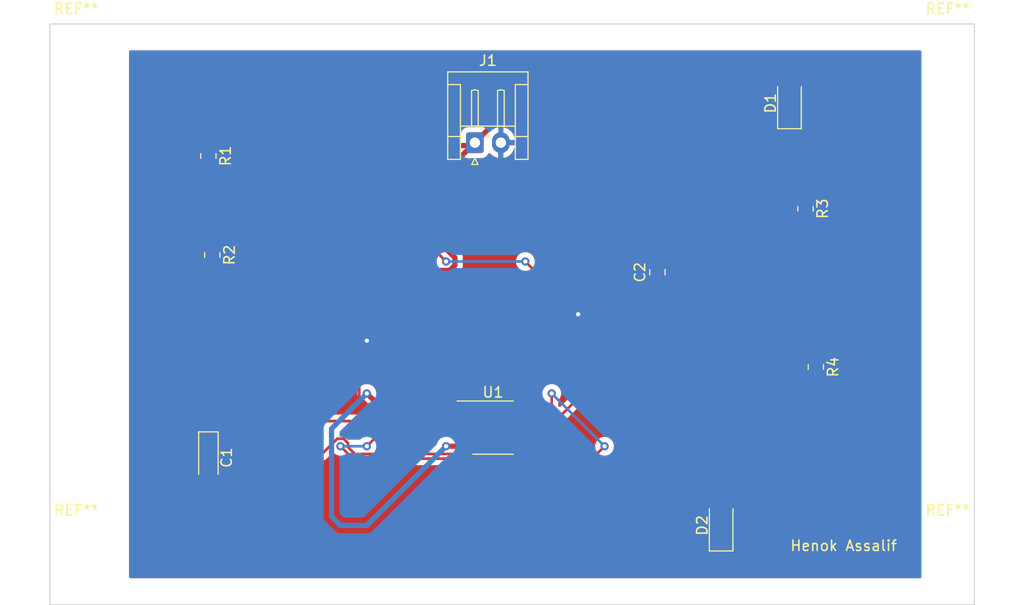
<source format=kicad_pcb>
(kicad_pcb (version 20221018) (generator pcbnew)
  (layers (0 "F.Cu" signal) (31 "B.Cu" signal) (34 "B.Paste" user) (35 "F.Paste" user) (36 "B.SilkS" user "B.Silkscreen") (37 "F.SilkS" user "F.Silkscreen") (38 "B.Mask" user) (39 "F.Mask" user) (44 "Edge.Cuts" user))
  (net 0 "")
  (net 1 "/pin_2")
  (net 2 "GND")
  (net 3 "Net-(U1-CV)")
  (net 4 "Net-(D1-K)")
  (net 5 "+9V")
  (net 6 "Net-(D2-A)")
  (net 7 "/pin_7")
  (net 8 "/pin_3")
  (footprint "Package_SO:SOIC-8-1EP_3.9x4.9mm_P1.27mm_EP2.29x3mm" (layer "F.Cu") (at 159.45 109.97)
    (fp_text reference "U1" (at 0 -3.4) (layer "F.SilkS"))
    (fp_text value "NE555D")
    (fp_line (start 0 -2.56) (end -3.45 -2.56) (stroke (width 0.12)) (layer "F.SilkS"))
    (fp_line (start 0 -2.56) (end 1.95 -2.56) (stroke (width 0.12)) (layer "F.SilkS"))
    (fp_line (start 0 2.56) (end -1.95 2.56) (stroke (width 0.12)) (layer "F.SilkS"))
    (fp_line (start 0 2.56) (end 1.95 2.56) (stroke (width 0.12)) (layer "F.SilkS"))
    (pad "1" smd roundrect (at -2.475 -1.905) (size 1.95 0.6) (layers "F.Cu" "F.Paste" "F.Mask") (net 2 "GND"))
    (pad "2" smd roundrect (at -2.475 -0.635) (size 1.95 0.6) (layers "F.Cu" "F.Paste" "F.Mask") (net 1 "/pin_2"))
    (pad "3" smd roundrect (at -2.475 0.635) (size 1.95 0.6) (layers "F.Cu" "F.Paste" "F.Mask") (net 8 "/pin_3"))
    (pad "4" smd roundrect (at -2.475 1.905) (size 1.95 0.6) (layers "F.Cu" "F.Paste" "F.Mask") (net 5 "+9V"))
    (pad "5" smd roundrect (at 2.475 1.905) (size 1.95 0.6) (layers "F.Cu" "F.Paste" "F.Mask") (net 3 "Net-(U1-CV)"))
    (pad "6" smd roundrect (at 2.475 0.635) (size 1.95 0.6) (layers "F.Cu" "F.Paste" "F.Mask") (net 1 "/pin_2"))
    (pad "7" smd roundrect (at 2.475 -0.635) (size 1.95 0.6) (layers "F.Cu" "F.Paste" "F.Mask") (net 7 "/pin_7"))
    (pad "8" smd roundrect (at 2.475 -1.905) (size 1.95 0.6) (layers "F.Cu" "F.Paste" "F.Mask") (net 5 "+9V"))
    (pad "9" smd rect (at 0 0) (size 2.29 3) (layers "F.Cu" "F.Mask"))
  )
  (footprint "Capacitor_Tantalum_SMD:CP_EIA-3216-18_Kemet-A_Pad1.58x1.35mm_HandSolder" (layer "F.Cu") (at 132.08 112.8625 -90)
    (fp_text reference "C1" (at 0 -1.75 90) (layer "F.SilkS"))
    (fp_text value "10uF")
    (fp_line (start -2.485 -0.935) (end -2.485 0.935) (stroke (width 0.12)) (layer "F.SilkS"))
    (fp_line (start -2.485 0.935) (end 1.6 0.935) (stroke (width 0.12)) (layer "F.SilkS"))
    (fp_line (start 1.6 -0.935) (end -2.485 -0.935) (stroke (width 0.12)) (layer "F.SilkS"))
    (pad "1" smd roundrect (at -1.4375 0 270) (size 1.575 1.35) (layers "F.Cu" "F.Paste" "F.Mask") (roundrect_rratio 0.1851851852) (net 1 "/pin_2"))
    (pad "2" smd roundrect (at 1.4375 0 270) (size 1.575 1.35) (layers "F.Cu" "F.Paste" "F.Mask") (roundrect_rratio 0.1851851852) (net 2 "GND"))
  )
  (footprint "Resistor_SMD:R_0805_2012Metric_Pad1.20x1.40mm_HandSolder" (layer "F.Cu") (at 190.5 104.14 -90)
    (fp_text reference "R4" (at 0 -1.65 90) (layer "F.SilkS"))
    (fp_text value "1K")
    (fp_line (start -0.227064 -0.735) (end 0.227064 -0.735) (stroke (width 0.12)) (layer "F.SilkS"))
    (fp_line (start -0.227064 0.735) (end 0.227064 0.735) (stroke (width 0.12)) (layer "F.SilkS"))
    (pad "1" smd roundrect (at -1 0 270) (size 1.2 1.4) (layers "F.Cu" "F.Paste" "F.Mask") (roundrect_rratio 0.2083333333) (net 8 "/pin_3"))
    (pad "2" smd roundrect (at 1 0 270) (size 1.2 1.4) (layers "F.Cu" "F.Paste" "F.Mask") (roundrect_rratio 0.2083333333) (net 6 "Net-(D2-A)"))
  )
  (footprint "Connector_JST:JST_EH_S2B-EH_1x02_P2.50mm_Horizontal" (layer "F.Cu") (at 157.7075 82.54)
    (fp_text reference "J1" (at 1.25 -7.9) (layer "F.SilkS"))
    (fp_text value "Conn_01x02_Pin")
    (fp_line (start -2.61 -6.81) (end 5.11 -6.81) (stroke (width 0.12)) (layer "F.SilkS"))
    (fp_line (start -2.61 -5.59) (end -1.39 -5.59) (stroke (width 0.12)) (layer "F.SilkS"))
    (fp_line (start -2.61 1.61) (end -2.61 -6.81) (stroke (width 0.12)) (layer "F.SilkS"))
    (fp_line (start -1.39 -5.59) (end -1.39 -0.59) (stroke (width 0.12)) (layer "F.SilkS"))
    (fp_line (start -1.39 -1.59) (end 3.89 -1.59) (stroke (width 0.12)) (layer "F.SilkS"))
    (fp_line (start -1.39 -0.59) (end -2.61 -0.59) (stroke (width 0.12)) (layer "F.SilkS"))
    (fp_line (start -1.39 -0.59) (end -1.39 1.61) (stroke (width 0.12)) (layer "F.SilkS"))
    (fp_line (start -1.39 1.61) (end -2.61 1.61) (stroke (width 0.12)) (layer "F.SilkS"))
    (fp_line (start -0.32 -5.01) (end 0 -5.09) (stroke (width 0.12)) (layer "F.SilkS"))
    (fp_line (start -0.32 -1.59) (end -0.32 -5.01) (stroke (width 0.12)) (layer "F.SilkS"))
    (fp_line (start -0.3 2.1) (end 0.3 2.1) (stroke (width 0.12)) (layer "F.SilkS"))
    (fp_line (start 0 -5.09) (end 0.32 -5.01) (stroke (width 0.12)) (layer "F.SilkS"))
    (fp_line (start 0 -1.59) (end -0.32 -1.59) (stroke (width 0.12)) (layer "F.SilkS"))
    (fp_line (start 0 1.5) (end -0.3 2.1) (stroke (width 0.12)) (layer "F.SilkS"))
    (fp_line (start 0.3 2.1) (end 0 1.5) (stroke (width 0.12)) (layer "F.SilkS"))
    (fp_line (start 0.32 -5.01) (end 0.32 -1.59) (stroke (width 0.12)) (layer "F.SilkS"))
    (fp_line (start 0.32 -1.59) (end 0 -1.59) (stroke (width 0.12)) (layer "F.SilkS"))
    (fp_line (start 1.17 -0.59) (end 1.33 -0.59) (stroke (width 0.12)) (layer "F.SilkS"))
    (fp_line (start 2.18 -5.01) (end 2.5 -5.09) (stroke (width 0.12)) (layer "F.SilkS"))
    (fp_line (start 2.18 -1.59) (end 2.18 -5.01) (stroke (width 0.12)) (layer "F.SilkS"))
    (fp_line (start 2.5 -5.09) (end 2.82 -5.01) (stroke (width 0.12)) (layer "F.SilkS"))
    (fp_line (start 2.5 -1.59) (end 2.18 -1.59) (stroke (width 0.12)) (layer "F.SilkS"))
    (fp_line (start 2.82 -5.01) (end 2.82 -1.59) (stroke (width 0.12)) (layer "F.SilkS"))
    (fp_line (start 2.82 -1.59) (end 2.5 -1.59) (stroke (width 0.12)) (layer "F.SilkS"))
    (fp_line (start 3.89 -5.59) (end 3.89 -0.59) (stroke (width 0.12)) (layer "F.SilkS"))
    (fp_line (start 3.89 -0.59) (end 5.11 -0.59) (stroke (width 0.12)) (layer "F.SilkS"))
    (fp_line (start 3.89 1.61) (end 3.89 -0.59) (stroke (width 0.12)) (layer "F.SilkS"))
    (fp_line (start 5.11 -6.81) (end 5.11 1.61) (stroke (width 0.12)) (layer "F.SilkS"))
    (fp_line (start 5.11 -5.59) (end 3.89 -5.59) (stroke (width 0.12)) (layer "F.SilkS"))
    (fp_line (start 5.11 1.61) (end 3.89 1.61) (stroke (width 0.12)) (layer "F.SilkS"))
    (pad "1" thru_hole roundrect (at 0 0) (size 1.7 2) (drill 1) (layers "*.Cu" "*.Mask") (roundrect_rratio 0.1470588235) (net 5 "+9V"))
    (pad "2" thru_hole oval (at 2.5 0) (size 1.7 2) (drill 1) (layers "*.Cu" "*.Mask") (net 2 "GND"))
  )
  (footprint "Resistor_SMD:R_0805_2012Metric_Pad1.20x1.40mm_HandSolder" (layer "F.Cu") (at 189.5 88.9 -90)
    (fp_text reference "R3" (at 0 -1.65 90) (layer "F.SilkS"))
    (fp_text value "1K")
    (fp_line (start -0.227064 -0.735) (end 0.227064 -0.735) (stroke (width 0.12)) (layer "F.SilkS"))
    (fp_line (start -0.227064 0.735) (end 0.227064 0.735) (stroke (width 0.12)) (layer "F.SilkS"))
    (pad "1" smd roundrect (at -1 0 270) (size 1.2 1.4) (layers "F.Cu" "F.Paste" "F.Mask") (roundrect_rratio 0.2083333333) (net 4 "Net-(D1-K)"))
    (pad "2" smd roundrect (at 1 0 270) (size 1.2 1.4) (layers "F.Cu" "F.Paste" "F.Mask") (roundrect_rratio 0.2083333333) (net 8 "/pin_3"))
  )
  (footprint "MountingHole:MountingHole_3mm" (layer "F.Cu") (at 203.2 121.92)
    (fp_text reference "REF**" (at 0 -4) (layer "F.SilkS"))
    (fp_text value "MountingHole_3mm")
    (pad "" np_thru_hole circle (at 0 0) (size 3 3) (drill 3) (layers "*.Cu" "*.Mask"))
  )
  (footprint "MountingHole:MountingHole_3mm" (layer "F.Cu") (at 119.38 73.66)
    (fp_text reference "REF**" (at 0 -4) (layer "F.SilkS"))
    (fp_text value "MountingHole_3mm")
    (pad "" np_thru_hole circle (at 0 0) (size 3 3) (drill 3) (layers "*.Cu" "*.Mask"))
  )
  (footprint "MountingHole:MountingHole_3mm" (layer "F.Cu") (at 203.2 73.66)
    (fp_text reference "REF**" (at 0 -4) (layer "F.SilkS"))
    (fp_text value "MountingHole_3mm")
    (pad "" np_thru_hole circle (at 0 0) (size 3 3) (drill 3) (layers "*.Cu" "*.Mask"))
  )
  (footprint "MountingHole:MountingHole_3mm" (layer "F.Cu") (at 119.38 121.92)
    (fp_text reference "REF**" (at 0 -4) (layer "F.SilkS"))
    (fp_text value "MountingHole_3mm")
    (pad "" np_thru_hole circle (at 0 0) (size 3 3) (drill 3) (layers "*.Cu" "*.Mask"))
  )
  (footprint "LED_SMD:LED_1206_3216Metric_Pad1.42x1.75mm_HandSolder" (layer "F.Cu") (at 187.96 78.74 90)
    (fp_text reference "D1" (at 0 -1.82 90) (layer "F.SilkS"))
    (fp_text value "LED")
    (fp_line (start -2.46 -1.135) (end -2.46 1.135) (stroke (width 0.12)) (layer "F.SilkS"))
    (fp_line (start -2.46 1.135) (end 1.6 1.135) (stroke (width 0.12)) (layer "F.SilkS"))
    (fp_line (start 1.6 -1.135) (end -2.46 -1.135) (stroke (width 0.12)) (layer "F.SilkS"))
    (pad "1" smd roundrect (at -1.4875 0 90) (size 1.425 1.75) (layers "F.Cu" "F.Paste" "F.Mask") (roundrect_rratio 0.1754392982) (net 4 "Net-(D1-K)"))
    (pad "2" smd roundrect (at 1.4875 0 90) (size 1.425 1.75) (layers "F.Cu" "F.Paste" "F.Mask") (roundrect_rratio 0.1754392982) (net 5 "+9V"))
  )
  (footprint "LED_SMD:LED_1206_3216Metric_Pad1.42x1.75mm_HandSolder" (layer "F.Cu") (at 181.3925 119.38 90)
    (fp_text reference "D2" (at 0 -1.82 90) (layer "F.SilkS"))
    (fp_text value "LED")
    (fp_line (start -2.46 -1.135) (end -2.46 1.135) (stroke (width 0.12)) (layer "F.SilkS"))
    (fp_line (start -2.46 1.135) (end 1.6 1.135) (stroke (width 0.12)) (layer "F.SilkS"))
    (fp_line (start 1.6 -1.135) (end -2.46 -1.135) (stroke (width 0.12)) (layer "F.SilkS"))
    (pad "1" smd roundrect (at -1.4875 0 90) (size 1.425 1.75) (layers "F.Cu" "F.Paste" "F.Mask") (roundrect_rratio 0.1754392982) (net 2 "GND"))
    (pad "2" smd roundrect (at 1.4875 0 90) (size 1.425 1.75) (layers "F.Cu" "F.Paste" "F.Mask") (roundrect_rratio 0.1754392982) (net 6 "Net-(D2-A)"))
  )
  (footprint "Resistor_SMD:R_0805_2012Metric_Pad1.20x1.40mm_HandSolder" (layer "F.Cu") (at 132.455 93.355 -90)
    (fp_text reference "R2" (at 0 -1.65 90) (layer "F.SilkS"))
    (fp_text value "10k")
    (fp_line (start -0.227064 -0.735) (end 0.227064 -0.735) (stroke (width 0.12)) (layer "F.SilkS"))
    (fp_line (start -0.227064 0.735) (end 0.227064 0.735) (stroke (width 0.12)) (layer "F.SilkS"))
    (pad "1" smd roundrect (at -1 0 270) (size 1.2 1.4) (layers "F.Cu" "F.Paste" "F.Mask") (roundrect_rratio 0.2083333333) (net 7 "/pin_7"))
    (pad "2" smd roundrect (at 1 0 270) (size 1.2 1.4) (layers "F.Cu" "F.Paste" "F.Mask") (roundrect_rratio 0.2083333333) (net 1 "/pin_2"))
  )
  (footprint "Capacitor_SMD:C_0805_2012Metric_Pad1.18x1.45mm_HandSolder" (layer "F.Cu") (at 175.26 95.0175 90)
    (fp_text reference "C2" (at 0 -1.68 90) (layer "F.SilkS"))
    (fp_text value "0.01uF")
    (fp_line (start -0.261252 -0.735) (end 0.261252 -0.735) (stroke (width 0.12)) (layer "F.SilkS"))
    (fp_line (start -0.261252 0.735) (end 0.261252 0.735) (stroke (width 0.12)) (layer "F.SilkS"))
    (pad "1" smd roundrect (at -1.0375 0 90) (size 1.175 1.45) (layers "F.Cu" "F.Paste" "F.Mask") (roundrect_rratio 0.2127659574) (net 3 "Net-(U1-CV)"))
    (pad "2" smd roundrect (at 1.0375 0 90) (size 1.175 1.45) (layers "F.Cu" "F.Paste" "F.Mask") (roundrect_rratio 0.2127659574) (net 2 "GND"))
  )
  (footprint "Resistor_SMD:R_0805_2012Metric_Pad1.20x1.40mm_HandSolder" (layer "F.Cu") (at 132.08 83.82 -90)
    (fp_text reference "R1" (at 0 -1.65 90) (layer "F.SilkS"))
    (fp_text value "1k")
    (fp_line (start -0.227064 -0.735) (end 0.227064 -0.735) (stroke (width 0.12)) (layer "F.SilkS"))
    (fp_line (start -0.227064 0.735) (end 0.227064 0.735) (stroke (width 0.12)) (layer "F.SilkS"))
    (pad "1" smd roundrect (at -1 0 270) (size 1.2 1.4) (layers "F.Cu" "F.Paste" "F.Mask") (roundrect_rratio 0.2083333333) (net 5 "+9V"))
    (pad "2" smd roundrect (at 1 0 270) (size 1.2 1.4) (layers "F.Cu" "F.Paste" "F.Mask") (roundrect_rratio 0.2083333333) (net 7 "/pin_7"))
  )
  (gr_rect (start 116.84 71.12) (end 205.74 127) (stroke (width 0.1)) (fill none) (layer "Edge.Cuts"))
  (gr_text "Henok Assalif" (at 187.96 121.92) (layer "F.SilkS") (effects (font (size 1 1)) (justify left bottom)))
  (segment (start 132.455 94.355) (end 132.455 107.17) (width 0.254) (layer "F.Cu") (net 1))
  (segment (start 162.9 110.605) (end 161.925 110.605) (width 0.254) (layer "F.Cu") (net 1))
  (segment (start 145.081134 111.033) (end 145.507 111.458866) (width 0.254) (layer "F.Cu") (net 1))
  (segment (start 132.08 111.425) (end 134.17 109.335) (width 0.254) (layer "F.Cu") (net 1))
  (segment (start 143.009866 112.502) (end 144.478866 111.033) (width 0.254) (layer "F.Cu") (net 1))
  (segment (start 144.478866 111.033) (end 145.081134 111.033) (width 0.254) (layer "F.Cu") (net 1))
  (segment (start 165.1 106.68) (end 165.1 108.405) (width 0.254) (layer "F.Cu") (net 1))
  (segment (start 132.455 107.17) (end 134.62 109.335) (width 0.254) (layer "F.Cu") (net 1))
  (segment (start 169.438 112.502) (end 170.18 111.76) (width 0.254) (layer "F.Cu") (net 1))
  (segment (start 149.745 109.335) (end 149.86 109.22) (width 0.254) (layer "F.Cu") (net 1))
  (segment (start 165.1 108.405) (end 162.9 110.605) (width 0.254) (layer "F.Cu") (net 1))
  (segment (start 146.164052 112.502) (end 169.438 112.502) (width 0.254) (layer "F.Cu") (net 1))
  (segment (start 145.507 111.458866) (end 145.507 111.844948) (width 0.254) (layer "F.Cu") (net 1))
  (segment (start 145.507 111.844948) (end 146.164052 112.502) (width 0.254) (layer "F.Cu") (net 1))
  (segment (start 156.975 109.335) (end 127.115 109.335) (width 0.254) (layer "F.Cu") (net 1))
  (segment (start 134.62 109.335) (end 149.745 109.335) (width 0.254) (layer "F.Cu") (net 1))
  (segment (start 130.282 112.502) (end 143.009866 112.502) (width 0.254) (layer "F.Cu") (net 1))
  (segment (start 127.115 109.335) (end 130.282 112.502) (width 0.254) (layer "F.Cu") (net 1))
  (segment (start 134.17 109.335) (end 134.62 109.335) (width 0.254) (layer "F.Cu") (net 1))
  (via (at 165.1 106.68) (size 0.8) (drill 0.4) (layers "F.Cu" "B.Cu") (net 1))
  (via (at 170.18 111.76) (size 0.8) (drill 0.4) (layers "F.Cu" "B.Cu") (net 1))
  (segment (start 170.18 111.76) (end 165.1 106.68) (width 0.254) (layer "B.Cu") (net 1))
  (segment (start 147.676866 108.065) (end 146.593 106.981134) (width 0.254) (layer "F.Cu") (net 2))
  (segment (start 146.593 106.981134) (end 146.593 102.327) (width 0.254) (layer "F.Cu") (net 2))
  (segment (start 156.975 108.065) (end 147.676866 108.065) (width 0.254) (layer "F.Cu") (net 2))
  (segment (start 146.593 102.327) (end 147.32 101.6) (width 0.254) (layer "F.Cu") (net 2))
  (via (at 167.64 99.06) (size 0.8) (drill 0.4) (layers "F.Cu" "B.Cu") (net 2))
  (via (at 147.32 101.6) (size 0.8) (drill 0.4) (layers "F.Cu" "B.Cu") (net 2))
  (segment (start 147.32 101.6) (end 165.1 101.6) (width 0.254) (layer "B.Cu") (net 2))
  (segment (start 165.1 101.6) (end 167.64 99.06) (width 0.254) (layer "B.Cu") (net 2))
  (segment (start 162.9 111.875) (end 161.925 111.875) (width 0.254) (layer "F.Cu") (net 3))
  (segment (start 175.26 99.515) (end 162.9 111.875) (width 0.254) (layer "F.Cu") (net 3))
  (segment (start 175.26 96.055) (end 175.26 99.515) (width 0.254) (layer "F.Cu") (net 3))
  (segment (start 187.96 86.36) (end 189.5 87.9) (width 0.254) (layer "F.Cu") (net 4))
  (segment (start 187.96 80.2275) (end 187.96 86.36) (width 0.254) (layer "F.Cu") (net 4))
  (segment (start 157.4275 82.82) (end 157.7075 82.54) (width 0.508) (layer "F.Cu") (net 5))
  (segment (start 154.94 111.76) (end 156.86 111.76) (width 0.508) (layer "F.Cu") (net 5))
  (segment (start 147.951 107.311) (end 147.32 106.68) (width 0.508) (layer "F.Cu") (net 5))
  (segment (start 187.96 77.2525) (end 162.995 77.2525) (width 0.508) (layer "F.Cu") (net 5))
  (segment (start 153.941739 91.774) (end 155.794 93.626261) (width 0.508) (layer "F.Cu") (net 5))
  (segment (start 155.794 93.626261) (end 155.794 94.333739) (width 0.508) (layer "F.Cu") (net 5))
  (segment (start 155.794 94.333739) (end 155.293739 94.834) (width 0.508) (layer "F.Cu") (net 5))
  (segment (start 132.08 82.82) (end 157.4275 82.82) (width 0.508) (layer "F.Cu") (net 5))
  (segment (start 162.995 77.2525) (end 157.7075 82.54) (width 0.508) (layer "F.Cu") (net 5))
  (segment (start 148.694 94.834) (end 161.925 108.065) (width 0.508) (layer "F.Cu") (net 5))
  (segment (start 161.171 107.311) (end 147.951 107.311) (width 0.508) (layer "F.Cu") (net 5))
  (segment (start 148.4735 91.774) (end 153.941739 91.774) (width 0.508) (layer "F.Cu") (net 5))
  (segment (start 155.293739 94.834) (end 148.694 94.834) (width 0.508) (layer "F.Cu") (net 5))
  (segment (start 161.925 108.065) (end 161.171 107.311) (width 0.508) (layer "F.Cu") (net 5))
  (segment (start 156.86 111.76) (end 156.975 111.875) (width 0.508) (layer "F.Cu") (net 5))
  (segment (start 157.7075 82.54) (end 148.4735 91.774) (width 0.508) (layer "F.Cu") (net 5))
  (via (at 147.32 106.68) (size 0.8) (drill 0.4) (layers "F.Cu" "B.Cu") (net 5))
  (via (at 154.94 111.76) (size 0.8) (drill 0.4) (layers "F.Cu" "B.Cu") (net 5))
  (segment (start 144.78 119.38) (end 147.32 119.38) (width 0.508) (layer "B.Cu") (net 5))
  (segment (start 143.926 118.526) (end 144.78 119.38) (width 0.508) (layer "B.Cu") (net 5))
  (segment (start 147.32 119.38) (end 154.94 111.76) (width 0.508) (layer "B.Cu") (net 5))
  (segment (start 143.926 110.074) (end 143.926 118.526) (width 0.508) (layer "B.Cu") (net 5))
  (segment (start 147.32 106.68) (end 143.926 110.074) (width 0.508) (layer "B.Cu") (net 5))
  (segment (start 181.3925 114.2475) (end 190.5 105.14) (width 0.254) (layer "F.Cu") (net 6))
  (segment (start 181.3925 117.8925) (end 181.3925 114.2475) (width 0.254) (layer "F.Cu") (net 6))
  (segment (start 163.227 94.647) (end 163.227 108.553) (width 0.254) (layer "F.Cu") (net 7))
  (segment (start 132.455 92.355) (end 153.315 92.355) (width 0.254) (layer "F.Cu") (net 7))
  (segment (start 153.315 92.355) (end 154.94 93.98) (width 0.254) (layer "F.Cu") (net 7))
  (segment (start 162.445 109.335) (end 161.925 109.335) (width 0.254) (layer "F.Cu") (net 7))
  (segment (start 132.08 91.98) (end 132.455 92.355) (width 0.254) (layer "F.Cu") (net 7))
  (segment (start 163.227 108.553) (end 162.445 109.335) (width 0.254) (layer "F.Cu") (net 7))
  (segment (start 132.08 84.82) (end 132.08 91.98) (width 0.254) (layer "F.Cu") (net 7))
  (segment (start 162.56 93.98) (end 163.227 94.647) (width 0.254) (layer "F.Cu") (net 7))
  (via (at 162.56 93.98) (size 0.8) (drill 0.4) (layers "F.Cu" "B.Cu") (net 7))
  (via (at 154.94 93.98) (size 0.8) (drill 0.4) (layers "F.Cu" "B.Cu") (net 7))
  (segment (start 154.94 93.98) (end 162.56 93.98) (width 0.254) (layer "B.Cu") (net 7))
  (segment (start 190.5 103.14) (end 180.684 112.956) (width 0.254) (layer "F.Cu") (net 8))
  (segment (start 190.5 103.14) (end 190.5 90.9) (width 0.254) (layer "F.Cu") (net 8))
  (segment (start 190.5 90.9) (end 189.5 89.9) (width 0.254) (layer "F.Cu") (net 8))
  (segment (start 147.32 111.76) (end 148.475 110.605) (width 0.254) (layer "F.Cu") (net 8))
  (segment (start 180.684 112.956) (end 145.976 112.956) (width 0.254) (layer "F.Cu") (net 8))
  (segment (start 148.475 110.605) (end 156.975 110.605) (width 0.254) (layer "F.Cu") (net 8))
  (segment (start 145.976 112.956) (end 144.78 111.76) (width 0.254) (layer "F.Cu") (net 8))
  (via (at 147.32 111.76) (size 0.8) (drill 0.4) (layers "F.Cu" "B.Cu") (net 8))
  (via (at 144.78 111.76) (size 0.8) (drill 0.4) (layers "F.Cu" "B.Cu") (net 8))
  (segment (start 144.78 111.76) (end 147.32 111.76) (width 0.254) (layer "B.Cu") (net 8))
  (zone (net 2) (net_name "GND") (layers "F&B.Cu") (connect_pads (clearance 0.5)) (min_thickness 0.25) (fill yes (thermal_gap 0.5) (thermal_bridge_width 0.5))
    (polygon (pts (xy 124.46 73.66) (xy 200.66 73.66) (xy 200.66 124.46) (xy 124.46 124.46)))
  )
)
</source>
